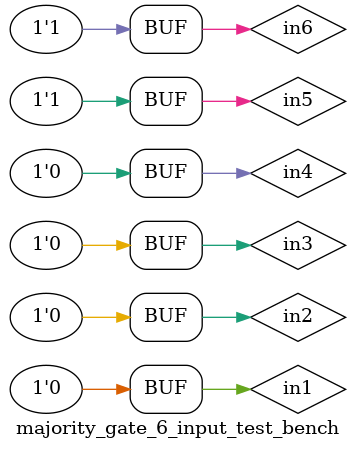
<source format=v>
module majority_gate_6_input_test_bench;
	reg in1, in2, in3, in4, in5, in6;
	wire out;

	majority_gate_6_input DUT(out, in1, in2, in3, in4, in5, in6);

	initial begin
		$dumpfile("majority_gate_6_input.vcd");
		$dumpvars(0, majority_gate_6_input_test_bench);
		$monitor("in1 = %b, in2 = %b, in3 = %b, in4 = %b, in5 = %b, in6 = %b, out = %b", in1, in2, in3, in4, in5, in6, out);

		in1 = 1'b0; in2 = 1'b0; in3 = 1'b0; in4 = 1'b0; in5 = 1'b0; in6 = 1'b0;
		#10 in1 = 1'b1;
		#10 in2 = 1'b1;
		#10 in3 = 1'b1;
		#10 in5 = 1'b1;
		#10 in6 = 1'b1;
		#10 in4 = 1'b0;
		#10 in3 = 1'b0; 
		#10 in2 = 1'b0; 
		#10 in1 = 1'b0;
	end
endmodule

</source>
